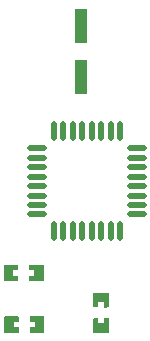
<source format=gtp>
G04 Layer: TopPasteMaskLayer*
G04 EasyEDA v6.5.46, 2024-09-20 08:35:55*
G04 a7edf335d4994be98b658af7e20cc970,64d3660010d149859882a44b8c89f403,10*
G04 Gerber Generator version 0.2*
G04 Scale: 100 percent, Rotated: No, Reflected: No *
G04 Dimensions in millimeters *
G04 leading zeros omitted , absolute positions ,4 integer and 5 decimal *
%FSLAX45Y45*%
%MOMM*%

%ADD10O,1.6839946000000001X0.4480052*%
%ADD11O,0.4480052X1.6839946000000001*%
%ADD12R,0.9800X3.0000*%

%LPD*%
G36*
X-285902Y-282498D02*
G01*
X-290931Y-287477D01*
X-290423Y-329488D01*
X-246430Y-329488D01*
X-246430Y-374497D01*
X-291388Y-374497D01*
X-290931Y-415493D01*
X-285902Y-420471D01*
X-170891Y-420471D01*
X-165912Y-415493D01*
X-165912Y-287477D01*
X-170891Y-282498D01*
G37*
G36*
X-500888Y-282498D02*
G01*
X-505917Y-287477D01*
X-505917Y-415493D01*
X-500888Y-420471D01*
X-385927Y-420471D01*
X-380898Y-415493D01*
X-381406Y-374497D01*
X-425399Y-374497D01*
X-425399Y-329488D01*
X-380898Y-329488D01*
X-380898Y-287477D01*
X-385927Y-282498D01*
G37*
G36*
X-280212Y-718413D02*
G01*
X-285191Y-723392D01*
X-284683Y-765403D01*
X-240690Y-765403D01*
X-240690Y-810412D01*
X-285699Y-810412D01*
X-285191Y-851408D01*
X-280212Y-856386D01*
X-165201Y-856386D01*
X-160172Y-851408D01*
X-160172Y-723392D01*
X-165201Y-718413D01*
G37*
G36*
X-495198Y-718413D02*
G01*
X-500176Y-723392D01*
X-500176Y-851408D01*
X-495198Y-856386D01*
X-380187Y-856386D01*
X-375208Y-851408D01*
X-375716Y-810412D01*
X-419709Y-810412D01*
X-419709Y-765403D01*
X-375208Y-765403D01*
X-375208Y-723392D01*
X-380187Y-718413D01*
G37*
G36*
X255524Y-518312D02*
G01*
X250494Y-523290D01*
X250494Y-638302D01*
X255524Y-643280D01*
X297484Y-642772D01*
X297484Y-598779D01*
X342493Y-598779D01*
X342493Y-643788D01*
X383489Y-643280D01*
X388518Y-638302D01*
X388518Y-523290D01*
X383489Y-518312D01*
G37*
G36*
X255524Y-733298D02*
G01*
X250494Y-738276D01*
X250494Y-853287D01*
X255524Y-858316D01*
X383489Y-858316D01*
X388518Y-853287D01*
X388518Y-738276D01*
X383489Y-733298D01*
X342493Y-733806D01*
X342493Y-777798D01*
X297484Y-777798D01*
X297484Y-733298D01*
G37*
D10*
G01*
X624204Y144195D03*
G01*
X624204Y224205D03*
G01*
X624204Y304215D03*
G01*
X624204Y384200D03*
G01*
X624204Y464210D03*
G01*
X624204Y544195D03*
G01*
X624204Y624204D03*
G01*
X624204Y704214D03*
D11*
G01*
X480009Y848410D03*
G01*
X399999Y848410D03*
G01*
X319989Y848410D03*
G01*
X240004Y848410D03*
G01*
X159994Y848410D03*
G01*
X80009Y848410D03*
G01*
X0Y848410D03*
G01*
X-80010Y848410D03*
D10*
G01*
X-224205Y704214D03*
G01*
X-224205Y624204D03*
G01*
X-224205Y544195D03*
G01*
X-224205Y464210D03*
G01*
X-224205Y384200D03*
G01*
X-224205Y304215D03*
G01*
X-224205Y224205D03*
G01*
X-224205Y144195D03*
D11*
G01*
X-80010Y0D03*
G01*
X0Y0D03*
G01*
X80009Y0D03*
G01*
X159994Y0D03*
G01*
X240004Y0D03*
G01*
X319989Y0D03*
G01*
X399999Y0D03*
G01*
X480009Y0D03*
D12*
G01*
X152400Y1743989D03*
G01*
X152400Y1303985D03*
M02*

</source>
